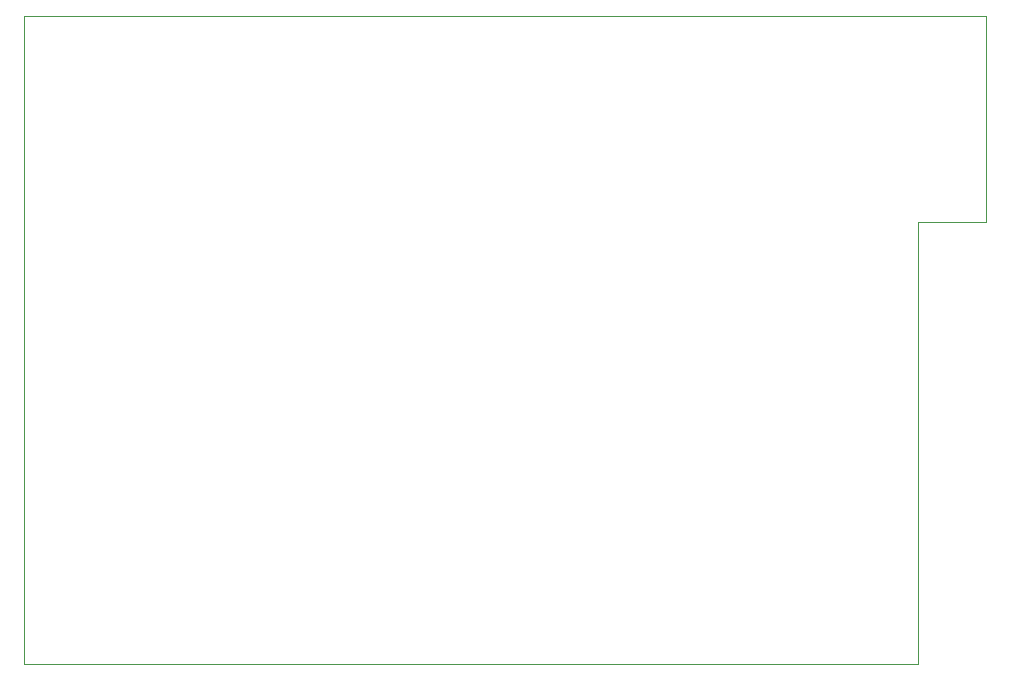
<source format=gm1>
%TF.GenerationSoftware,KiCad,Pcbnew,5.1.9-73d0e3b20d~88~ubuntu20.04.1*%
%TF.CreationDate,2021-04-29T12:20:41+03:00*%
%TF.ProjectId,eeg,6565672e-6b69-4636-9164-5f7063625858,rev?*%
%TF.SameCoordinates,Original*%
%TF.FileFunction,Profile,NP*%
%FSLAX46Y46*%
G04 Gerber Fmt 4.6, Leading zero omitted, Abs format (unit mm)*
G04 Created by KiCad (PCBNEW 5.1.9-73d0e3b20d~88~ubuntu20.04.1) date 2021-04-29 12:20:41*
%MOMM*%
%LPD*%
G01*
G04 APERTURE LIST*
%TA.AperFunction,Profile*%
%ADD10C,0.050000*%
%TD*%
G04 APERTURE END LIST*
D10*
X113800000Y-47375000D02*
X113792000Y-84836000D01*
X119542000Y-29972000D02*
X119550000Y-47375000D01*
X113792000Y-29972000D02*
X119542000Y-29972000D01*
X113800000Y-47375000D02*
X119550000Y-47375000D01*
X38100000Y-29972000D02*
X113792000Y-29972000D01*
X113792000Y-84836000D02*
X113284000Y-84836000D01*
X105664000Y-84836000D02*
X113284000Y-84836000D01*
X38100000Y-84836000D02*
X105664000Y-84836000D01*
X38100000Y-29972000D02*
X38100000Y-84836000D01*
M02*

</source>
